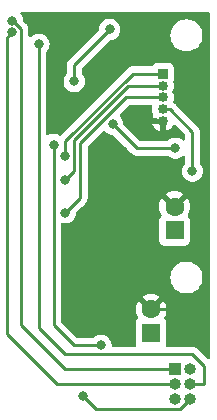
<source format=gbr>
%TF.GenerationSoftware,KiCad,Pcbnew,7.0.7*%
%TF.CreationDate,2024-03-31T00:03:08-06:00*%
%TF.ProjectId,timer,74696d65-722e-46b6-9963-61645f706362,rev?*%
%TF.SameCoordinates,Original*%
%TF.FileFunction,Copper,L2,Bot*%
%TF.FilePolarity,Positive*%
%FSLAX46Y46*%
G04 Gerber Fmt 4.6, Leading zero omitted, Abs format (unit mm)*
G04 Created by KiCad (PCBNEW 7.0.7) date 2024-03-31 00:03:08*
%MOMM*%
%LPD*%
G01*
G04 APERTURE LIST*
%TA.AperFunction,ComponentPad*%
%ADD10C,1.600000*%
%TD*%
%TA.AperFunction,ComponentPad*%
%ADD11R,1.600000X1.600000*%
%TD*%
%TA.AperFunction,ComponentPad*%
%ADD12R,1.000000X1.000000*%
%TD*%
%TA.AperFunction,ComponentPad*%
%ADD13O,1.000000X1.000000*%
%TD*%
%TA.AperFunction,ComponentPad*%
%ADD14R,0.850000X0.850000*%
%TD*%
%TA.AperFunction,ComponentPad*%
%ADD15O,0.850000X0.850000*%
%TD*%
%TA.AperFunction,ViaPad*%
%ADD16C,0.800000*%
%TD*%
%TA.AperFunction,Conductor*%
%ADD17C,0.250000*%
%TD*%
G04 APERTURE END LIST*
D10*
%TO.P,C2,2*%
%TO.N,GND*%
X221000000Y-91250000D03*
D11*
%TO.P,C2,1*%
%TO.N,V_{cc}*%
X221000000Y-93250000D03*
%TD*%
D12*
%TO.P,J1,1,MISO*%
%TO.N,MISO*%
X221000000Y-104980000D03*
D13*
%TO.P,J1,2,VCC*%
%TO.N,GND*%
X222270000Y-104980000D03*
%TO.P,J1,3,SCK*%
%TO.N,SCK*%
X221000000Y-106250000D03*
%TO.P,J1,4,MOSI*%
%TO.N,MOSI*%
X222270000Y-106250000D03*
%TO.P,J1,5,~{RST}*%
%TO.N,~{RESET}*%
X221000000Y-107520000D03*
%TO.P,J1,6,GND*%
%TO.N,V_{cc}*%
X222270000Y-107520000D03*
%TD*%
D11*
%TO.P,C1,1*%
%TO.N,V_{cc}*%
X219000000Y-101955113D03*
D10*
%TO.P,C1,2*%
%TO.N,GND*%
X219000000Y-99955113D03*
%TD*%
D14*
%TO.P,J2,1,Pin_1*%
%TO.N,c0*%
X220000000Y-80000000D03*
D15*
%TO.P,J2,2,Pin_2*%
%TO.N,c1*%
X220000000Y-81000000D03*
%TO.P,J2,3,Pin_3*%
%TO.N,c2*%
X220000000Y-82000000D03*
%TO.P,J2,4,Pin_4*%
%TO.N,c3*%
X220000000Y-83000000D03*
%TO.P,J2,5,Pin_5*%
%TO.N,GND*%
X220000000Y-84000000D03*
%TD*%
D16*
%TO.N,V_{cc}*%
X213250000Y-107250000D03*
%TO.N,V_{reg}*%
X212500000Y-80650000D03*
X215500000Y-76250000D03*
%TO.N,GND*%
X216250000Y-90250000D03*
X222250000Y-100250000D03*
X216600500Y-86500000D03*
X210750000Y-80750000D03*
X214000000Y-79750000D03*
%TO.N,~{RESET}*%
X214750000Y-103000000D03*
%TO.N,GND*%
X214813505Y-98750012D03*
%TO.N,MISO*%
X207250000Y-75500497D03*
%TO.N,SCK*%
X207250000Y-76500000D03*
%TO.N,MOSI*%
X209500000Y-77500000D03*
%TO.N,~{RESET}*%
X210750000Y-86000000D03*
%TO.N,c0*%
X211750000Y-87000000D03*
%TO.N,c1*%
X211737701Y-88987701D03*
%TO.N,c2*%
X211750000Y-91750000D03*
%TO.N,c3*%
X222500000Y-88250000D03*
%TO.N,t3*%
X215750000Y-84250000D03*
X221062500Y-86300000D03*
%TD*%
D17*
%TO.N,V_{cc}*%
X214345000Y-108345000D02*
X213250000Y-107250000D01*
X221445000Y-108345000D02*
X214345000Y-108345000D01*
X222270000Y-107520000D02*
X221445000Y-108345000D01*
%TO.N,V_{reg}*%
X212500000Y-79250000D02*
X212500000Y-80650000D01*
X215500000Y-76250000D02*
X212500000Y-79250000D01*
%TO.N,GND*%
X221955113Y-99955113D02*
X222250000Y-100250000D01*
X219000000Y-99955113D02*
X221955113Y-99955113D01*
%TO.N,~{RESET}*%
X212500000Y-103000000D02*
X210750000Y-101250000D01*
X210750000Y-101250000D02*
X210750000Y-86000000D01*
X214750000Y-103000000D02*
X212500000Y-103000000D01*
%TO.N,MISO*%
X207250000Y-75500497D02*
X207275802Y-75500497D01*
X207275802Y-75500497D02*
X208000000Y-76224695D01*
X211730000Y-104980000D02*
X221000000Y-104980000D01*
X208000000Y-76224695D02*
X208000000Y-101250000D01*
X208000000Y-101250000D02*
X211730000Y-104980000D01*
%TO.N,SCK*%
X206775000Y-76975000D02*
X206775000Y-102025000D01*
X207250000Y-76500000D02*
X206775000Y-76975000D01*
X206775000Y-102025000D02*
X211000000Y-106250000D01*
X211000000Y-106250000D02*
X221000000Y-106250000D01*
%TO.N,MOSI*%
X222500000Y-103750000D02*
X223500000Y-104750000D01*
X209500000Y-77500000D02*
X209500000Y-101500000D01*
X209500000Y-101500000D02*
X211750000Y-103750000D01*
X211750000Y-103750000D02*
X222500000Y-103750000D01*
X223500000Y-104750000D02*
X223500000Y-106250000D01*
X223500000Y-106250000D02*
X222270000Y-106250000D01*
%TO.N,c0*%
X211750000Y-87000000D02*
X211750000Y-85689339D01*
X211750000Y-85689339D02*
X217439339Y-80000000D01*
X217439339Y-80000000D02*
X220000000Y-80000000D01*
%TO.N,c1*%
X220000000Y-81000000D02*
X217075735Y-81000000D01*
X217075735Y-81000000D02*
X212475000Y-85600735D01*
X211737701Y-88987701D02*
X212475000Y-88250402D01*
X212475000Y-88250402D02*
X212475000Y-85600735D01*
%TO.N,c2*%
X211750000Y-91750000D02*
X213000000Y-90500000D01*
X216898960Y-82000000D02*
X220000000Y-82000000D01*
X213000000Y-90500000D02*
X213000000Y-85898960D01*
X213000000Y-85898960D02*
X216898960Y-82000000D01*
%TO.N,c3*%
X222500000Y-84898960D02*
X222500000Y-88250000D01*
X220601040Y-83000000D02*
X222500000Y-84898960D01*
X220000000Y-83000000D02*
X220601040Y-83000000D01*
%TO.N,t3*%
X217800000Y-86300000D02*
X221062500Y-86300000D01*
X215750000Y-84250000D02*
X217800000Y-86300000D01*
%TD*%
%TA.AperFunction,Conductor*%
%TO.N,GND*%
G36*
X223942539Y-74770185D02*
G01*
X223988294Y-74822989D01*
X223999500Y-74874500D01*
X223999500Y-104065547D01*
X223979815Y-104132586D01*
X223927011Y-104178341D01*
X223857853Y-104188285D01*
X223794297Y-104159260D01*
X223787819Y-104153228D01*
X223000803Y-103366212D01*
X222990980Y-103353950D01*
X222990759Y-103354134D01*
X222985786Y-103348123D01*
X222935364Y-103300773D01*
X222924919Y-103290328D01*
X222914475Y-103279883D01*
X222908986Y-103275625D01*
X222904561Y-103271847D01*
X222870582Y-103239938D01*
X222870580Y-103239936D01*
X222870577Y-103239935D01*
X222853029Y-103230288D01*
X222836763Y-103219604D01*
X222820933Y-103207325D01*
X222778168Y-103188818D01*
X222772922Y-103186248D01*
X222732093Y-103163803D01*
X222732092Y-103163802D01*
X222712693Y-103158822D01*
X222694281Y-103152518D01*
X222675898Y-103144562D01*
X222675892Y-103144560D01*
X222629874Y-103137272D01*
X222624152Y-103136087D01*
X222579021Y-103124500D01*
X222579019Y-103124500D01*
X222558984Y-103124500D01*
X222539586Y-103122973D01*
X222531333Y-103121666D01*
X222519805Y-103119840D01*
X222519804Y-103119840D01*
X222473416Y-103124225D01*
X222467578Y-103124500D01*
X220375001Y-103124500D01*
X220307962Y-103104815D01*
X220262207Y-103052011D01*
X220252263Y-102982853D01*
X220258819Y-102957167D01*
X220294091Y-102862595D01*
X220299558Y-102811744D01*
X220300500Y-102802986D01*
X220300499Y-101107241D01*
X220294091Y-101047630D01*
X220286854Y-101028227D01*
X220243797Y-100912784D01*
X220243793Y-100912777D01*
X220157547Y-100797569D01*
X220157548Y-100797569D01*
X220157546Y-100797567D01*
X220148449Y-100790757D01*
X220106581Y-100734823D01*
X220101599Y-100665131D01*
X220121191Y-100620366D01*
X220130134Y-100607594D01*
X220226265Y-100401439D01*
X220226269Y-100401430D01*
X220285139Y-100181723D01*
X220285141Y-100181712D01*
X220304966Y-99955115D01*
X220304966Y-99955110D01*
X220285141Y-99728513D01*
X220285139Y-99728502D01*
X220226269Y-99508795D01*
X220226265Y-99508786D01*
X220130133Y-99302629D01*
X220130131Y-99302625D01*
X220079026Y-99229639D01*
X220079025Y-99229639D01*
X219537419Y-99771245D01*
X219476096Y-99804730D01*
X219406404Y-99799746D01*
X219350471Y-99757874D01*
X219339256Y-99739864D01*
X219327641Y-99717068D01*
X219327637Y-99717064D01*
X219327636Y-99717062D01*
X219238050Y-99627476D01*
X219238044Y-99627471D01*
X219228109Y-99622409D01*
X219215250Y-99615857D01*
X219164456Y-99567886D01*
X219147660Y-99500065D01*
X219170197Y-99433930D01*
X219183865Y-99417693D01*
X219725472Y-98876086D01*
X219652483Y-98824979D01*
X219652481Y-98824978D01*
X219446326Y-98728847D01*
X219446317Y-98728843D01*
X219226610Y-98669973D01*
X219226599Y-98669971D01*
X219000002Y-98650147D01*
X218999998Y-98650147D01*
X218773400Y-98669971D01*
X218773389Y-98669973D01*
X218553682Y-98728843D01*
X218553673Y-98728847D01*
X218347513Y-98824981D01*
X218274526Y-98876086D01*
X218816133Y-99417693D01*
X218849618Y-99479016D01*
X218844634Y-99548708D01*
X218802762Y-99604641D01*
X218784748Y-99615858D01*
X218761956Y-99627471D01*
X218761949Y-99627476D01*
X218672363Y-99717062D01*
X218672358Y-99717069D01*
X218660745Y-99739861D01*
X218612770Y-99790657D01*
X218544949Y-99807451D01*
X218478814Y-99784913D01*
X218462580Y-99771246D01*
X217920973Y-99229639D01*
X217869868Y-99302626D01*
X217773734Y-99508786D01*
X217773730Y-99508795D01*
X217714860Y-99728502D01*
X217714858Y-99728513D01*
X217695034Y-99955110D01*
X217695034Y-99955115D01*
X217714858Y-100181712D01*
X217714860Y-100181723D01*
X217773730Y-100401430D01*
X217773734Y-100401439D01*
X217869865Y-100607594D01*
X217869868Y-100607598D01*
X217878812Y-100620373D01*
X217901138Y-100686580D01*
X217884125Y-100754347D01*
X217851549Y-100790758D01*
X217842456Y-100797565D01*
X217842451Y-100797570D01*
X217756206Y-100912777D01*
X217756202Y-100912784D01*
X217705908Y-101047630D01*
X217699501Y-101107229D01*
X217699501Y-101107236D01*
X217699500Y-101107248D01*
X217699500Y-102802983D01*
X217699501Y-102802989D01*
X217705908Y-102862596D01*
X217741181Y-102957167D01*
X217746165Y-103026859D01*
X217712679Y-103088182D01*
X217651356Y-103121666D01*
X217624999Y-103124500D01*
X215779460Y-103124500D01*
X215712421Y-103104815D01*
X215666666Y-103052011D01*
X215656743Y-103006399D01*
X215656139Y-103006463D01*
X215655561Y-103000964D01*
X215655460Y-103000500D01*
X215655460Y-103000002D01*
X215655191Y-102997444D01*
X215635674Y-102811744D01*
X215577179Y-102631716D01*
X215482533Y-102467784D01*
X215355871Y-102327112D01*
X215355870Y-102327111D01*
X215202734Y-102215851D01*
X215202729Y-102215848D01*
X215029807Y-102138857D01*
X215029802Y-102138855D01*
X214884000Y-102107865D01*
X214844646Y-102099500D01*
X214655354Y-102099500D01*
X214622897Y-102106398D01*
X214470197Y-102138855D01*
X214470192Y-102138857D01*
X214297270Y-102215848D01*
X214297265Y-102215851D01*
X214144130Y-102327110D01*
X214144126Y-102327114D01*
X214138400Y-102333474D01*
X214078913Y-102370121D01*
X214046252Y-102374500D01*
X212810452Y-102374500D01*
X212743413Y-102354815D01*
X212722771Y-102338181D01*
X211411819Y-101027228D01*
X211378334Y-100965905D01*
X211375500Y-100939547D01*
X211375500Y-97250000D01*
X220644341Y-97250000D01*
X220664936Y-97485403D01*
X220664938Y-97485413D01*
X220726094Y-97713655D01*
X220726096Y-97713659D01*
X220726097Y-97713663D01*
X220776031Y-97820746D01*
X220825964Y-97927828D01*
X220825965Y-97927830D01*
X220961505Y-98121402D01*
X221128597Y-98288494D01*
X221322169Y-98424034D01*
X221322171Y-98424035D01*
X221536337Y-98523903D01*
X221764592Y-98585063D01*
X221941034Y-98600500D01*
X222058966Y-98600500D01*
X222235408Y-98585063D01*
X222463663Y-98523903D01*
X222677829Y-98424035D01*
X222871401Y-98288495D01*
X223038495Y-98121401D01*
X223174035Y-97927830D01*
X223273903Y-97713663D01*
X223335063Y-97485408D01*
X223355659Y-97250000D01*
X223335063Y-97014592D01*
X223273903Y-96786337D01*
X223174035Y-96572171D01*
X223174034Y-96572169D01*
X223038494Y-96378597D01*
X222871402Y-96211505D01*
X222677830Y-96075965D01*
X222677828Y-96075964D01*
X222570745Y-96026030D01*
X222463663Y-95976097D01*
X222463659Y-95976096D01*
X222463655Y-95976094D01*
X222235413Y-95914938D01*
X222235403Y-95914936D01*
X222058966Y-95899500D01*
X221941034Y-95899500D01*
X221764596Y-95914936D01*
X221764586Y-95914938D01*
X221536344Y-95976094D01*
X221536335Y-95976098D01*
X221322171Y-96075964D01*
X221322169Y-96075965D01*
X221128597Y-96211505D01*
X220961506Y-96378597D01*
X220961501Y-96378604D01*
X220825967Y-96572165D01*
X220825965Y-96572169D01*
X220726098Y-96786335D01*
X220726094Y-96786344D01*
X220664938Y-97014586D01*
X220664936Y-97014596D01*
X220644341Y-97249999D01*
X220644341Y-97250000D01*
X211375500Y-97250000D01*
X211375500Y-92744142D01*
X211395185Y-92677103D01*
X211447989Y-92631348D01*
X211517147Y-92621404D01*
X211525270Y-92622850D01*
X211655354Y-92650500D01*
X211655355Y-92650500D01*
X211844644Y-92650500D01*
X211844646Y-92650500D01*
X212029803Y-92611144D01*
X212202730Y-92534151D01*
X212355871Y-92422888D01*
X212482533Y-92282216D01*
X212577179Y-92118284D01*
X212635674Y-91938256D01*
X212653321Y-91770344D01*
X212679904Y-91705734D01*
X212688951Y-91695638D01*
X213134587Y-91250002D01*
X219695034Y-91250002D01*
X219714858Y-91476599D01*
X219714860Y-91476610D01*
X219773730Y-91696317D01*
X219773734Y-91696326D01*
X219869865Y-91902481D01*
X219869868Y-91902485D01*
X219878812Y-91915260D01*
X219901138Y-91981467D01*
X219884125Y-92049234D01*
X219851549Y-92085645D01*
X219842456Y-92092452D01*
X219842451Y-92092457D01*
X219756206Y-92207664D01*
X219756202Y-92207671D01*
X219705908Y-92342517D01*
X219699501Y-92402116D01*
X219699501Y-92402123D01*
X219699500Y-92402135D01*
X219699500Y-94097870D01*
X219699501Y-94097876D01*
X219705908Y-94157483D01*
X219756202Y-94292328D01*
X219756206Y-94292335D01*
X219842452Y-94407544D01*
X219842455Y-94407547D01*
X219957664Y-94493793D01*
X219957671Y-94493797D01*
X220092517Y-94544091D01*
X220092516Y-94544091D01*
X220099444Y-94544835D01*
X220152127Y-94550500D01*
X221847872Y-94550499D01*
X221907483Y-94544091D01*
X222042331Y-94493796D01*
X222157546Y-94407546D01*
X222243796Y-94292331D01*
X222294091Y-94157483D01*
X222300500Y-94097873D01*
X222300499Y-92402128D01*
X222294091Y-92342517D01*
X222271600Y-92282216D01*
X222243797Y-92207671D01*
X222243793Y-92207664D01*
X222157547Y-92092456D01*
X222157548Y-92092456D01*
X222157546Y-92092454D01*
X222148449Y-92085644D01*
X222106581Y-92029710D01*
X222101599Y-91960018D01*
X222121191Y-91915253D01*
X222130134Y-91902481D01*
X222226265Y-91696326D01*
X222226269Y-91696317D01*
X222285139Y-91476610D01*
X222285141Y-91476599D01*
X222304966Y-91250002D01*
X222304966Y-91249997D01*
X222285141Y-91023400D01*
X222285139Y-91023389D01*
X222226269Y-90803682D01*
X222226265Y-90803673D01*
X222130133Y-90597516D01*
X222130131Y-90597512D01*
X222079026Y-90524526D01*
X222079025Y-90524526D01*
X221537419Y-91066132D01*
X221476096Y-91099617D01*
X221406404Y-91094633D01*
X221350471Y-91052761D01*
X221339256Y-91034751D01*
X221327641Y-91011955D01*
X221327637Y-91011951D01*
X221327636Y-91011949D01*
X221238050Y-90922363D01*
X221238044Y-90922358D01*
X221228109Y-90917296D01*
X221215250Y-90910744D01*
X221164456Y-90862773D01*
X221147660Y-90794952D01*
X221170197Y-90728817D01*
X221183865Y-90712580D01*
X221725472Y-90170973D01*
X221652483Y-90119866D01*
X221652481Y-90119865D01*
X221446326Y-90023734D01*
X221446317Y-90023730D01*
X221226610Y-89964860D01*
X221226599Y-89964858D01*
X221000002Y-89945034D01*
X220999998Y-89945034D01*
X220773400Y-89964858D01*
X220773389Y-89964860D01*
X220553682Y-90023730D01*
X220553673Y-90023734D01*
X220347513Y-90119868D01*
X220274526Y-90170973D01*
X220816133Y-90712580D01*
X220849618Y-90773903D01*
X220844634Y-90843595D01*
X220802762Y-90899528D01*
X220784748Y-90910745D01*
X220761956Y-90922358D01*
X220761949Y-90922363D01*
X220672363Y-91011949D01*
X220672358Y-91011956D01*
X220660745Y-91034748D01*
X220612770Y-91085544D01*
X220544949Y-91102338D01*
X220478814Y-91079800D01*
X220462580Y-91066133D01*
X219920973Y-90524526D01*
X219869868Y-90597513D01*
X219773734Y-90803673D01*
X219773730Y-90803682D01*
X219714860Y-91023389D01*
X219714858Y-91023400D01*
X219695034Y-91249997D01*
X219695034Y-91250002D01*
X213134587Y-91250002D01*
X213383788Y-91000801D01*
X213396042Y-90990986D01*
X213395859Y-90990764D01*
X213401866Y-90985792D01*
X213401877Y-90985786D01*
X213432775Y-90952882D01*
X213449227Y-90935364D01*
X213459671Y-90924918D01*
X213470120Y-90914471D01*
X213474379Y-90908978D01*
X213478152Y-90904561D01*
X213510062Y-90870582D01*
X213519715Y-90853020D01*
X213530389Y-90836770D01*
X213542673Y-90820936D01*
X213561180Y-90778167D01*
X213563749Y-90772924D01*
X213586196Y-90732093D01*
X213586197Y-90732092D01*
X213591177Y-90712691D01*
X213597478Y-90694288D01*
X213605438Y-90675896D01*
X213612730Y-90629849D01*
X213613911Y-90624152D01*
X213625500Y-90579019D01*
X213625500Y-90558974D01*
X213627025Y-90539591D01*
X213630160Y-90519804D01*
X213625775Y-90473415D01*
X213625500Y-90467577D01*
X213625500Y-86209411D01*
X213645185Y-86142372D01*
X213661814Y-86121735D01*
X214917428Y-84866121D01*
X214978749Y-84832638D01*
X215048441Y-84837622D01*
X215097256Y-84870831D01*
X215144128Y-84922887D01*
X215144129Y-84922888D01*
X215297265Y-85034148D01*
X215297270Y-85034151D01*
X215470192Y-85111142D01*
X215470197Y-85111144D01*
X215655354Y-85150500D01*
X215714548Y-85150500D01*
X215781587Y-85170185D01*
X215802229Y-85186819D01*
X217299197Y-86683788D01*
X217309022Y-86696051D01*
X217309243Y-86695869D01*
X217314214Y-86701878D01*
X217340217Y-86726295D01*
X217364635Y-86749226D01*
X217385529Y-86770120D01*
X217391011Y-86774373D01*
X217395443Y-86778157D01*
X217429418Y-86810062D01*
X217446976Y-86819714D01*
X217463233Y-86830393D01*
X217479064Y-86842673D01*
X217498737Y-86851186D01*
X217521833Y-86861182D01*
X217527077Y-86863750D01*
X217567908Y-86886197D01*
X217580523Y-86889435D01*
X217587305Y-86891177D01*
X217605719Y-86897481D01*
X217624104Y-86905438D01*
X217670157Y-86912732D01*
X217675826Y-86913906D01*
X217720981Y-86925500D01*
X217741016Y-86925500D01*
X217760413Y-86927026D01*
X217780196Y-86930160D01*
X217826583Y-86925775D01*
X217832422Y-86925500D01*
X220358752Y-86925500D01*
X220425791Y-86945185D01*
X220450900Y-86966526D01*
X220456626Y-86972885D01*
X220456630Y-86972889D01*
X220609765Y-87084148D01*
X220609770Y-87084151D01*
X220782692Y-87161142D01*
X220782697Y-87161144D01*
X220967854Y-87200500D01*
X220967855Y-87200500D01*
X221157144Y-87200500D01*
X221157146Y-87200500D01*
X221342303Y-87161144D01*
X221515230Y-87084151D01*
X221668371Y-86972888D01*
X221668370Y-86972888D01*
X221673629Y-86969068D01*
X221674519Y-86970294D01*
X221730503Y-86943420D01*
X221799840Y-86952036D01*
X221853511Y-86996771D01*
X221874476Y-87063421D01*
X221874499Y-87065797D01*
X221874499Y-87551312D01*
X221854814Y-87618351D01*
X221842649Y-87634284D01*
X221767470Y-87717778D01*
X221767465Y-87717785D01*
X221672821Y-87881715D01*
X221672818Y-87881722D01*
X221637211Y-87991311D01*
X221614326Y-88061744D01*
X221594540Y-88250000D01*
X221614326Y-88438256D01*
X221614327Y-88438259D01*
X221672818Y-88618277D01*
X221672821Y-88618284D01*
X221767467Y-88782216D01*
X221894128Y-88922888D01*
X221894129Y-88922888D01*
X222047265Y-89034148D01*
X222047270Y-89034151D01*
X222220192Y-89111142D01*
X222220197Y-89111144D01*
X222405354Y-89150500D01*
X222405355Y-89150500D01*
X222594644Y-89150500D01*
X222594646Y-89150500D01*
X222779803Y-89111144D01*
X222952730Y-89034151D01*
X223105871Y-88922888D01*
X223232533Y-88782216D01*
X223327179Y-88618284D01*
X223385674Y-88438256D01*
X223405460Y-88250000D01*
X223385674Y-88061744D01*
X223327179Y-87881716D01*
X223232533Y-87717784D01*
X223232528Y-87717778D01*
X223157349Y-87634283D01*
X223127119Y-87571291D01*
X223125499Y-87551311D01*
X223125499Y-86683788D01*
X223125499Y-84981692D01*
X223127225Y-84966083D01*
X223126939Y-84966056D01*
X223127671Y-84958300D01*
X223127673Y-84958293D01*
X223125500Y-84889145D01*
X223125500Y-84859610D01*
X223124631Y-84852732D01*
X223124172Y-84846903D01*
X223122709Y-84800332D01*
X223117122Y-84781104D01*
X223113174Y-84762044D01*
X223110663Y-84742164D01*
X223093512Y-84698847D01*
X223091619Y-84693318D01*
X223078618Y-84648569D01*
X223078616Y-84648566D01*
X223068423Y-84631331D01*
X223059861Y-84613854D01*
X223052487Y-84595230D01*
X223052486Y-84595228D01*
X223025079Y-84557505D01*
X223021888Y-84552646D01*
X222998172Y-84512543D01*
X222998165Y-84512534D01*
X222984006Y-84498375D01*
X222971368Y-84483579D01*
X222959594Y-84467373D01*
X222923688Y-84437669D01*
X222919376Y-84433746D01*
X221101843Y-82616212D01*
X221092020Y-82603950D01*
X221091799Y-82604134D01*
X221086826Y-82598123D01*
X221086826Y-82598122D01*
X221036404Y-82550773D01*
X221025959Y-82540328D01*
X221015515Y-82529883D01*
X221010026Y-82525625D01*
X221005601Y-82521847D01*
X220971622Y-82489938D01*
X220971620Y-82489936D01*
X220971617Y-82489935D01*
X220954069Y-82480288D01*
X220937803Y-82469604D01*
X220915812Y-82452546D01*
X220917350Y-82450563D01*
X220878066Y-82408491D01*
X220865560Y-82339749D01*
X220870936Y-82314513D01*
X220910262Y-82193482D01*
X220930598Y-82000000D01*
X220910262Y-81806518D01*
X220850144Y-81621492D01*
X220815794Y-81561997D01*
X220799323Y-81494098D01*
X220815797Y-81437998D01*
X220821908Y-81427412D01*
X220850144Y-81378508D01*
X220910262Y-81193482D01*
X220930598Y-81000000D01*
X220910262Y-80806518D01*
X220880150Y-80713844D01*
X220878156Y-80644006D01*
X220881895Y-80632210D01*
X220919091Y-80532483D01*
X220925500Y-80472873D01*
X220925499Y-79527128D01*
X220919091Y-79467517D01*
X220911630Y-79447514D01*
X220868797Y-79332671D01*
X220868793Y-79332664D01*
X220782547Y-79217455D01*
X220782544Y-79217452D01*
X220667335Y-79131206D01*
X220667328Y-79131202D01*
X220532482Y-79080908D01*
X220532483Y-79080908D01*
X220472883Y-79074501D01*
X220472881Y-79074500D01*
X220472873Y-79074500D01*
X220472864Y-79074500D01*
X219527129Y-79074500D01*
X219527123Y-79074501D01*
X219467516Y-79080908D01*
X219332671Y-79131202D01*
X219332664Y-79131206D01*
X219217456Y-79217452D01*
X219217455Y-79217453D01*
X219217454Y-79217454D01*
X219168823Y-79282417D01*
X219137087Y-79324811D01*
X219081153Y-79366682D01*
X219037820Y-79374500D01*
X217522076Y-79374500D01*
X217506459Y-79372776D01*
X217506432Y-79373062D01*
X217498670Y-79372327D01*
X217429542Y-79374500D01*
X217399989Y-79374500D01*
X217399268Y-79374590D01*
X217393096Y-79375369D01*
X217387284Y-79375826D01*
X217340711Y-79377290D01*
X217340708Y-79377291D01*
X217321465Y-79382881D01*
X217302422Y-79386825D01*
X217282543Y-79389336D01*
X217282542Y-79389337D01*
X217239217Y-79406490D01*
X217233691Y-79408382D01*
X217188947Y-79421383D01*
X217188943Y-79421385D01*
X217171704Y-79431580D01*
X217154237Y-79440137D01*
X217135608Y-79447512D01*
X217135606Y-79447513D01*
X217097903Y-79474906D01*
X217093021Y-79478112D01*
X217052919Y-79501828D01*
X217038747Y-79516000D01*
X217023962Y-79528628D01*
X217007751Y-79540407D01*
X216978048Y-79576310D01*
X216974116Y-79580631D01*
X211366208Y-85188538D01*
X211353948Y-85198361D01*
X211354131Y-85198582D01*
X211346013Y-85205298D01*
X211344031Y-85206148D01*
X211341557Y-85207720D01*
X211341303Y-85207320D01*
X211281811Y-85232865D01*
X211212898Y-85221345D01*
X211204973Y-85217144D01*
X211202730Y-85215849D01*
X211029807Y-85138857D01*
X211029802Y-85138855D01*
X210884000Y-85107865D01*
X210844646Y-85099500D01*
X210655354Y-85099500D01*
X210622897Y-85106398D01*
X210470197Y-85138855D01*
X210470192Y-85138857D01*
X210299936Y-85214662D01*
X210230686Y-85223947D01*
X210167410Y-85194319D01*
X210130196Y-85135185D01*
X210125500Y-85101383D01*
X210125500Y-80650000D01*
X211594540Y-80650000D01*
X211614326Y-80838256D01*
X211614327Y-80838259D01*
X211672818Y-81018277D01*
X211672821Y-81018284D01*
X211767467Y-81182216D01*
X211777614Y-81193485D01*
X211894129Y-81322888D01*
X212047265Y-81434148D01*
X212047270Y-81434151D01*
X212220192Y-81511142D01*
X212220197Y-81511144D01*
X212405354Y-81550500D01*
X212405355Y-81550500D01*
X212594644Y-81550500D01*
X212594646Y-81550500D01*
X212779803Y-81511144D01*
X212952730Y-81434151D01*
X213105871Y-81322888D01*
X213232533Y-81182216D01*
X213327179Y-81018284D01*
X213385674Y-80838256D01*
X213405460Y-80650000D01*
X213385674Y-80461744D01*
X213327179Y-80281716D01*
X213232533Y-80117784D01*
X213157350Y-80034284D01*
X213127120Y-79971292D01*
X213125500Y-79951312D01*
X213125500Y-79560451D01*
X213145185Y-79493412D01*
X213161819Y-79472770D01*
X215447771Y-77186819D01*
X215509094Y-77153334D01*
X215535452Y-77150500D01*
X215594644Y-77150500D01*
X215594646Y-77150500D01*
X215779803Y-77111144D01*
X215952730Y-77034151D01*
X216105871Y-76922888D01*
X216232533Y-76782216D01*
X216251133Y-76750000D01*
X220644341Y-76750000D01*
X220664936Y-76985403D01*
X220664938Y-76985413D01*
X220726094Y-77213655D01*
X220726096Y-77213659D01*
X220726097Y-77213663D01*
X220755797Y-77277354D01*
X220825964Y-77427828D01*
X220825965Y-77427830D01*
X220961505Y-77621402D01*
X221128597Y-77788494D01*
X221322169Y-77924034D01*
X221322171Y-77924035D01*
X221536337Y-78023903D01*
X221764592Y-78085063D01*
X221941034Y-78100500D01*
X222058966Y-78100500D01*
X222235408Y-78085063D01*
X222463663Y-78023903D01*
X222677829Y-77924035D01*
X222871401Y-77788495D01*
X223038495Y-77621401D01*
X223174035Y-77427830D01*
X223273903Y-77213663D01*
X223335063Y-76985408D01*
X223355659Y-76750000D01*
X223335063Y-76514592D01*
X223273903Y-76286337D01*
X223174035Y-76072171D01*
X223174034Y-76072169D01*
X223038494Y-75878597D01*
X222871402Y-75711505D01*
X222677830Y-75575965D01*
X222677828Y-75575964D01*
X222570745Y-75526031D01*
X222463663Y-75476097D01*
X222463659Y-75476096D01*
X222463655Y-75476094D01*
X222235413Y-75414938D01*
X222235403Y-75414936D01*
X222058966Y-75399500D01*
X221941034Y-75399500D01*
X221764596Y-75414936D01*
X221764586Y-75414938D01*
X221536344Y-75476094D01*
X221536335Y-75476098D01*
X221322171Y-75575964D01*
X221322169Y-75575965D01*
X221128597Y-75711505D01*
X220961506Y-75878597D01*
X220961501Y-75878604D01*
X220825967Y-76072165D01*
X220825965Y-76072169D01*
X220759424Y-76214867D01*
X220734236Y-76268884D01*
X220726098Y-76286335D01*
X220726094Y-76286344D01*
X220664938Y-76514586D01*
X220664936Y-76514596D01*
X220644341Y-76749999D01*
X220644341Y-76750000D01*
X216251133Y-76750000D01*
X216327179Y-76618284D01*
X216385674Y-76438256D01*
X216405460Y-76250000D01*
X216385674Y-76061744D01*
X216327179Y-75881716D01*
X216232533Y-75717784D01*
X216105871Y-75577112D01*
X216105870Y-75577111D01*
X215952734Y-75465851D01*
X215952729Y-75465848D01*
X215779807Y-75388857D01*
X215779802Y-75388855D01*
X215634000Y-75357865D01*
X215594646Y-75349500D01*
X215405354Y-75349500D01*
X215372897Y-75356398D01*
X215220197Y-75388855D01*
X215220192Y-75388857D01*
X215047270Y-75465848D01*
X215047265Y-75465851D01*
X214894129Y-75577111D01*
X214767466Y-75717785D01*
X214672821Y-75881715D01*
X214672818Y-75881722D01*
X214627285Y-76021860D01*
X214614326Y-76061744D01*
X214601335Y-76185351D01*
X214596679Y-76229649D01*
X214570094Y-76294263D01*
X214561039Y-76304368D01*
X212116208Y-78749199D01*
X212103951Y-78759020D01*
X212104134Y-78759241D01*
X212098123Y-78764213D01*
X212050772Y-78814636D01*
X212029889Y-78835518D01*
X212029877Y-78835532D01*
X212025621Y-78841017D01*
X212021837Y-78845447D01*
X211989937Y-78879418D01*
X211989936Y-78879420D01*
X211980284Y-78896976D01*
X211969610Y-78913226D01*
X211957329Y-78929061D01*
X211957324Y-78929068D01*
X211938815Y-78971838D01*
X211936245Y-78977084D01*
X211913803Y-79017906D01*
X211908822Y-79037307D01*
X211902521Y-79055710D01*
X211894562Y-79074102D01*
X211894561Y-79074105D01*
X211887271Y-79120127D01*
X211886087Y-79125846D01*
X211874501Y-79170972D01*
X211874499Y-79170984D01*
X211874499Y-79191020D01*
X211872973Y-79210412D01*
X211869840Y-79230195D01*
X211874224Y-79276580D01*
X211874499Y-79282417D01*
X211874499Y-79951313D01*
X211854814Y-80018352D01*
X211842649Y-80034285D01*
X211767466Y-80117784D01*
X211672821Y-80281715D01*
X211672818Y-80281722D01*
X211614327Y-80461740D01*
X211614326Y-80461744D01*
X211594540Y-80650000D01*
X210125500Y-80650000D01*
X210125500Y-78198687D01*
X210145185Y-78131648D01*
X210157350Y-78115715D01*
X210184949Y-78085063D01*
X210232533Y-78032216D01*
X210327179Y-77868284D01*
X210385674Y-77688256D01*
X210405460Y-77500000D01*
X210385674Y-77311744D01*
X210327179Y-77131716D01*
X210232533Y-76967784D01*
X210105871Y-76827112D01*
X210105870Y-76827111D01*
X209952734Y-76715851D01*
X209952729Y-76715848D01*
X209779807Y-76638857D01*
X209779802Y-76638855D01*
X209617793Y-76604420D01*
X209594646Y-76599500D01*
X209405354Y-76599500D01*
X209382207Y-76604420D01*
X209220197Y-76638855D01*
X209220192Y-76638857D01*
X209047270Y-76715848D01*
X209047265Y-76715851D01*
X208894129Y-76827111D01*
X208894128Y-76827112D01*
X208841649Y-76885396D01*
X208782162Y-76922044D01*
X208712305Y-76920713D01*
X208654257Y-76881826D01*
X208626448Y-76817729D01*
X208625500Y-76802423D01*
X208625500Y-76307437D01*
X208627224Y-76291817D01*
X208626939Y-76291790D01*
X208627673Y-76284028D01*
X208625500Y-76214867D01*
X208625500Y-76185351D01*
X208625500Y-76185345D01*
X208624631Y-76178474D01*
X208624173Y-76172647D01*
X208622887Y-76131716D01*
X208622710Y-76126068D01*
X208617119Y-76106825D01*
X208613173Y-76087773D01*
X208610664Y-76067903D01*
X208593504Y-76024562D01*
X208591624Y-76019074D01*
X208578618Y-75974305D01*
X208568422Y-75957065D01*
X208559861Y-75939589D01*
X208552487Y-75920965D01*
X208552486Y-75920963D01*
X208525079Y-75883240D01*
X208521888Y-75878381D01*
X208516211Y-75868782D01*
X208498170Y-75838275D01*
X208498168Y-75838273D01*
X208498165Y-75838269D01*
X208484006Y-75824110D01*
X208471368Y-75809314D01*
X208459594Y-75793108D01*
X208423688Y-75763404D01*
X208419376Y-75759481D01*
X208185930Y-75526035D01*
X208152445Y-75464712D01*
X208150290Y-75451314D01*
X208135674Y-75312242D01*
X208135672Y-75312237D01*
X208077179Y-75132213D01*
X207982533Y-74968281D01*
X207972799Y-74957470D01*
X207942571Y-74894483D01*
X207951195Y-74825147D01*
X207995935Y-74771481D01*
X208062587Y-74750523D01*
X208064950Y-74750500D01*
X223875500Y-74750500D01*
X223942539Y-74770185D01*
G37*
%TD.AperFunction*%
%TA.AperFunction,Conductor*%
G36*
X219044922Y-82645185D02*
G01*
X219090677Y-82697989D01*
X219100621Y-82767147D01*
X219095814Y-82787817D01*
X219089738Y-82806518D01*
X219069402Y-83000000D01*
X219089738Y-83193483D01*
X219149856Y-83378510D01*
X219149857Y-83378511D01*
X219184492Y-83438500D01*
X219200965Y-83506400D01*
X219184492Y-83562500D01*
X219150317Y-83621692D01*
X219150316Y-83621693D01*
X219108628Y-83749999D01*
X219108628Y-83750000D01*
X219417441Y-83750000D01*
X219484480Y-83769685D01*
X219490327Y-83773682D01*
X219534702Y-83805923D01*
X219672937Y-83867468D01*
X219726174Y-83912718D01*
X219746496Y-83979567D01*
X219745102Y-83994451D01*
X219745102Y-83999997D01*
X219745102Y-83999998D01*
X219745102Y-84000000D01*
X219757383Y-84061740D01*
X219765353Y-84101809D01*
X219759125Y-84171401D01*
X219716261Y-84226578D01*
X219650371Y-84249822D01*
X219643735Y-84250000D01*
X219108628Y-84250000D01*
X219150316Y-84378306D01*
X219150317Y-84378307D01*
X219247536Y-84546694D01*
X219247535Y-84546694D01*
X219377639Y-84691190D01*
X219377642Y-84691192D01*
X219534950Y-84805484D01*
X219712587Y-84884573D01*
X219749999Y-84892524D01*
X219750000Y-84892524D01*
X219750000Y-84356264D01*
X219769685Y-84289225D01*
X219822489Y-84243470D01*
X219891647Y-84233526D01*
X219898192Y-84234647D01*
X219975373Y-84250000D01*
X219975376Y-84250000D01*
X220024625Y-84250000D01*
X220070503Y-84240874D01*
X220097545Y-84235495D01*
X220097545Y-84235494D01*
X220101807Y-84234647D01*
X220171398Y-84240874D01*
X220226576Y-84283736D01*
X220249821Y-84349626D01*
X220249999Y-84356264D01*
X220249999Y-84892524D01*
X220250000Y-84892524D01*
X220287412Y-84884573D01*
X220465049Y-84805484D01*
X220622357Y-84691192D01*
X220622360Y-84691190D01*
X220752463Y-84546694D01*
X220849681Y-84378308D01*
X220851799Y-84373552D01*
X220897051Y-84320316D01*
X220963900Y-84299996D01*
X221031124Y-84319043D01*
X221052759Y-84336309D01*
X221838181Y-85121731D01*
X221871666Y-85183054D01*
X221874500Y-85209412D01*
X221874500Y-85534202D01*
X221854815Y-85601241D01*
X221802011Y-85646996D01*
X221732853Y-85656940D01*
X221674195Y-85630152D01*
X221673629Y-85630932D01*
X221669780Y-85628135D01*
X221669297Y-85627915D01*
X221668465Y-85627180D01*
X221515234Y-85515851D01*
X221515229Y-85515848D01*
X221342307Y-85438857D01*
X221342302Y-85438855D01*
X221196501Y-85407865D01*
X221157146Y-85399500D01*
X220967854Y-85399500D01*
X220935397Y-85406398D01*
X220782697Y-85438855D01*
X220782692Y-85438857D01*
X220609770Y-85515848D01*
X220609765Y-85515851D01*
X220456630Y-85627110D01*
X220456626Y-85627114D01*
X220450900Y-85633474D01*
X220391413Y-85670121D01*
X220358752Y-85674500D01*
X218110452Y-85674500D01*
X218043413Y-85654815D01*
X218022771Y-85638181D01*
X216688960Y-84304369D01*
X216655475Y-84243046D01*
X216653323Y-84229668D01*
X216635674Y-84061744D01*
X216577179Y-83881716D01*
X216482533Y-83717784D01*
X216363806Y-83585925D01*
X216333577Y-83522935D01*
X216342202Y-83453600D01*
X216368276Y-83415273D01*
X217121732Y-82661819D01*
X217183055Y-82628334D01*
X217209413Y-82625500D01*
X218977883Y-82625500D01*
X219044922Y-82645185D01*
G37*
%TD.AperFunction*%
%TD*%
M02*

</source>
